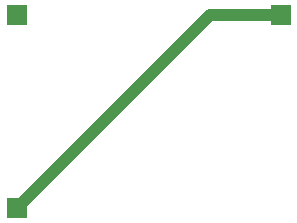
<source format=gbr>
%TF.GenerationSoftware,KiCad,Pcbnew,(6.0.5)*%
%TF.CreationDate,2022-08-15T09:56:06-04:00*%
%TF.ProjectId,2sidedTest,32736964-6564-4546-9573-742e6b696361,rev?*%
%TF.SameCoordinates,Original*%
%TF.FileFunction,Copper,L2,Bot*%
%TF.FilePolarity,Positive*%
%FSLAX46Y46*%
G04 Gerber Fmt 4.6, Leading zero omitted, Abs format (unit mm)*
G04 Created by KiCad (PCBNEW (6.0.5)) date 2022-08-15 09:56:06*
%MOMM*%
%LPD*%
G01*
G04 APERTURE LIST*
%TA.AperFunction,ComponentPad*%
%ADD10R,1.700000X1.700000*%
%TD*%
%TA.AperFunction,Conductor*%
%ADD11C,1.000000*%
%TD*%
G04 APERTURE END LIST*
D10*
%TO.P,J3,1,Pin_1*%
%TO.N,Net-(J1-Pad1)*%
X78800000Y-104500000D03*
%TD*%
%TO.P,J2,1,Pin_1*%
%TO.N,Net-(J1-Pad1)*%
X56500000Y-120800000D03*
%TD*%
%TO.P,J1,1,Pin_1*%
%TO.N,Net-(J1-Pad1)*%
X56500000Y-104500000D03*
%TD*%
D11*
%TO.N,Net-(J1-Pad1)*%
X72800000Y-104500000D02*
X56500000Y-120800000D01*
X78800000Y-104500000D02*
X72800000Y-104500000D01*
%TD*%
M02*

</source>
